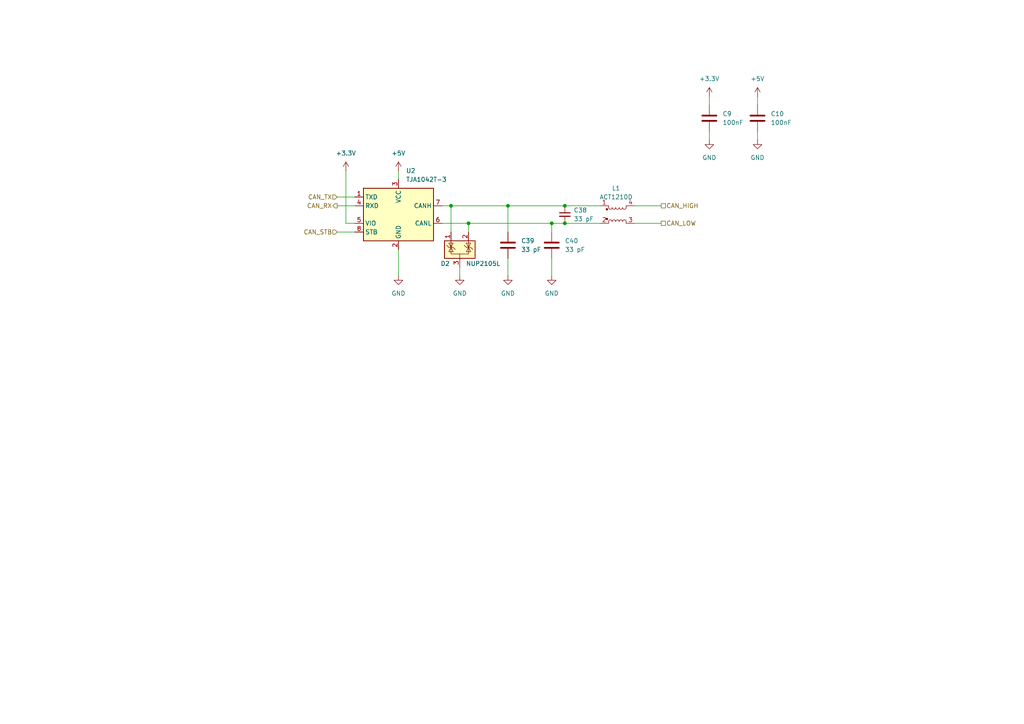
<source format=kicad_sch>
(kicad_sch (version 20231120) (generator "eeschema") (generator_version "8.0")
  (paper "A4")
  (title_block (title "Aphid BMS Master") (date "2024-07-06") (rev "1.0") (company "https://aphid-ev.se"))
  (lib_symbols
    (symbol "Device:C" (pin_numbers hide) (pin_names (offset 0.254))
      (property "Reference" "C" (at 0.635 2.54 0))
      (property "Value" "C" (at 0.635 -2.54 0))
      (symbol "C_0_1"
        (polyline (pts (xy -2.032 -0.762) (xy 2.032 -0.762)) (stroke (width 0.508)))
        (polyline (pts (xy -2.032 0.762) (xy 2.032 0.762)) (stroke (width 0.508)))
      )
      (symbol "C_1_1"
        (pin passive line (at 0 3.81 270) (length 2.794) (name "~") (number "1"))
        (pin passive line (at 0 -3.81 90) (length 2.794) (name "~") (number "2"))
      )
    )
    (symbol "Device:C_Small" (pin_numbers hide) (pin_names (offset 0.254) hide)
      (property "Reference" "C" (at 0.254 1.778 0))
      (property "Value" "C_Small" (at 0.254 -2.032 0))
      (symbol "C_Small_0_1"
        (polyline (pts (xy -1.524 -0.508) (xy 1.524 -0.508)) (stroke (width 0.3302)))
        (polyline (pts (xy -1.524 0.508) (xy 1.524 0.508)) (stroke (width 0.3048)))
      )
      (symbol "C_Small_1_1"
        (pin passive line (at 0 2.54 270) (length 2.032) (name "~") (number "1"))
        (pin passive line (at 0 -2.54 90) (length 2.032) (name "~") (number "2"))
      )
    )
    (symbol "Device:L_Coupled_1423" (pin_names (offset 0.254) hide)
      (property "Reference" "L" (at 0 4.445 0))
      (property "Value" "L_Coupled_1423" (at 0 -4.445 0))
      (symbol "L_Coupled_1423_0_1"
        (circle (center -3.048 -1.27) (radius 0.254) (fill (type outline)))
        (circle (center -3.048 1.524) (radius 0.254) (fill (type outline)))
        (arc (start -2.54 2.032) (mid -2.032 1.5262) (end -1.524 2.032))
        (arc (start -1.524 -2.032) (mid -2.032 -1.5262) (end -2.54 -2.032))
        (arc (start -1.524 2.032) (mid -1.016 1.5262) (end -0.508 2.032))
        (arc (start -0.508 -2.032) (mid -1.016 -1.5262) (end -1.524 -2.032))
        (arc (start -0.508 2.032) (mid 0 1.5262) (end 0.508 2.032))
        (polyline (pts (xy -2.54 -2.032) (xy -2.54 -2.54)))
        (polyline (pts (xy -2.54 2.032) (xy -2.54 2.54)))
        (polyline (pts (xy 2.54 -2.032) (xy 2.54 -2.54)))
        (polyline (pts (xy 2.54 2.54) (xy 2.54 2.032)))
        (arc (start 0.508 -2.032) (mid 0 -1.5262) (end -0.508 -2.032))
        (arc (start 0.508 2.032) (mid 1.016 1.5262) (end 1.524 2.032))
        (arc (start 1.524 -2.032) (mid 1.016 -1.5262) (end 0.508 -2.032))
        (arc (start 1.524 2.032) (mid 2.032 1.5262) (end 2.54 2.032))
        (arc (start 2.54 -2.032) (mid 2.032 -1.5262) (end 1.524 -2.032))
      )
      (symbol "L_Coupled_1423_1_1"
        (pin passive line (at -5.08 2.54 0) (length 2.54) (name "1") (number "1"))
        (pin passive line (at -5.08 -2.54 0) (length 2.54) (name "2") (number "2"))
        (pin passive line (at 5.08 -2.54 180) (length 2.54) (name "3") (number "3"))
        (pin passive line (at 5.08 2.54 180) (length 2.54) (name "4") (number "4"))
      )
    )
    (symbol "Interface_CAN_LIN:TJA1042T-3"
      (property "Reference" "U" (at -10.16 8.89 0))
      (property "Value" "TJA1042T-3" (at 1.27 8.89 0))
      (symbol "TJA1042T-3_0_1"
        (rectangle (start -10.16 7.62) (end 10.16 -7.62) (stroke (width 0.254)) (fill (type background)))
      )
      (symbol "TJA1042T-3_1_1"
        (pin input line (at -12.7 5.08 0) (length 2.54) (name "TXD") (number "1"))
        (pin power_in line (at 0 -10.16 90) (length 2.54) (name "GND") (number "2"))
        (pin power_in line (at 0 10.16 270) (length 2.54) (name "VCC") (number "3"))
        (pin output line (at -12.7 2.54 0) (length 2.54) (name "RXD") (number "4"))
        (pin power_in line (at -12.7 -2.54 0) (length 2.54) (name "VIO") (number "5"))
        (pin bidirectional line (at 12.7 -2.54 180) (length 2.54) (name "CANL") (number "6"))
        (pin bidirectional line (at 12.7 2.54 180) (length 2.54) (name "CANH") (number "7"))
        (pin input line (at -12.7 -5.08 0) (length 2.54) (name "STB") (number "8"))
      )
    )
    (symbol "Power_Protection:NUP2105L" (pin_names hide)
      (property "Reference" "D" (at 5.715 2.54 0))
      (property "Value" "NUP2105L" (at 5.715 0.635 0))
      (symbol "NUP2105L_0_0"
        (pin passive line (at 0 -5.08 90) (length 2.54) (name "A") (number "3"))
      )
      (symbol "NUP2105L_0_1"
        (rectangle (start -4.445 2.54) (end 4.445 -2.54) (stroke (width 0.254)) (fill (type background)))
        (polyline (pts (xy -2.54 2.54) (xy -2.54 0.635)))
        (polyline (pts (xy 0 -1.27) (xy 0 -2.54)))
        (polyline (pts (xy 2.54 2.54) (xy 2.54 0.635)))
        (polyline (pts (xy -3.81 1.27) (xy -3.175 0.635) (xy -1.905 0.635) (xy -1.27 0)))
        (polyline (pts (xy -2.54 0.635) (xy -2.54 -1.27) (xy 2.54 -1.27) (xy 2.54 0.635)))
        (polyline (pts (xy -2.54 0.635) (xy -1.905 -0.635) (xy -3.175 -0.635) (xy -2.54 0.635)))
        (polyline (pts (xy 2.54 0.635) (xy 1.905 -0.635) (xy 3.175 -0.635) (xy 2.54 0.635)))
        (polyline (pts (xy 2.54 0.635) (xy 3.175 1.905) (xy 1.905 1.905) (xy 2.54 0.635)))
        (polyline (pts (xy -2.54 0.635) (xy -3.175 1.905) (xy -1.905 1.905) (xy -2.54 0.635) (xy -2.54 1.27)))
        (polyline (pts (xy 1.27 1.27) (xy 1.905 0.635) (xy 2.54 0.635) (xy 3.175 0.635) (xy 3.81 0)))
      )
      (symbol "NUP2105L_1_1"
        (pin passive line (at -2.54 5.08 270) (length 2.54) (name "K") (number "1"))
        (pin passive line (at 2.54 5.08 270) (length 2.54) (name "K") (number "2"))
      )
    )
    (symbol "power:+3.3V" (power) (pin_numbers hide) (pin_names (offset 0) hide)
      (property "Value" "+3.3V" (at 0 3.556 0))
      (symbol "+3.3V_0_1"
        (polyline (pts (xy -0.762 1.27) (xy 0 2.54)))
        (polyline (pts (xy 0 0) (xy 0 2.54)))
        (polyline (pts (xy 0 2.54) (xy 0.762 1.27)))
      )
      (symbol "+3.3V_1_1"
        (pin power_in line (at 0 0 90) (length 0) (name "~") (number "1"))
      )
    )
    (symbol "power:+5V" (power) (pin_numbers hide) (pin_names (offset 0) hide)
      (property "Value" "+5V" (at 0 3.556 0))
      (symbol "+5V_0_1"
        (polyline (pts (xy -0.762 1.27) (xy 0 2.54)))
        (polyline (pts (xy 0 0) (xy 0 2.54)))
        (polyline (pts (xy 0 2.54) (xy 0.762 1.27)))
      )
      (symbol "+5V_1_1"
        (pin power_in line (at 0 0 90) (length 0) (name "~") (number "1"))
      )
    )
    (symbol "power:GND" (power) (pin_numbers hide) (pin_names (offset 0) hide)
      (property "Value" "GND" (at 0 -3.81 0))
      (symbol "GND_0_1"
        (polyline (pts (xy 0 0) (xy 0 -1.27) (xy 1.27 -1.27) (xy 0 -2.54) (xy -1.27 -1.27) (xy 0 -1.27)))
      )
      (symbol "GND_1_1"
        (pin power_in line (at 0 0 270) (length 0) (name "~") (number "1"))
      )
    )
  )
  (junction (at 135.89 64.77))
  (junction (at 163.83 59.69))
  (junction (at 163.83 64.77))
  (junction (at 130.81 59.69))
  (junction (at 160.02 64.77))
  (junction (at 147.32 59.69))
  (wire (pts (xy 128.27 59.69) (xy 130.81 59.69)))
  (wire (pts (xy 147.32 59.69) (xy 147.32 67.31)))
  (wire (pts (xy 135.89 64.77) (xy 160.02 64.77)))
  (wire (pts (xy 102.87 64.77) (xy 100.33 64.77)))
  (wire (pts (xy 133.35 77.47) (xy 133.35 80.01)))
  (wire (pts (xy 219.71 27.94) (xy 219.71 30.48)))
  (wire (pts (xy 219.71 38.1) (xy 219.71 40.64)))
  (wire (pts (xy 205.74 27.94) (xy 205.74 30.48)))
  (wire (pts (xy 160.02 64.77) (xy 160.02 67.31)))
  (wire (pts (xy 135.89 64.77) (xy 135.89 67.31)))
  (wire (pts (xy 97.79 67.31) (xy 102.87 67.31)))
  (wire (pts (xy 147.32 59.69) (xy 163.83 59.69)))
  (wire (pts (xy 184.15 59.69) (xy 191.77 59.69)))
  (wire (pts (xy 128.27 64.77) (xy 135.89 64.77)))
  (wire (pts (xy 130.81 59.69) (xy 130.81 67.31)))
  (wire (pts (xy 130.81 59.69) (xy 147.32 59.69)))
  (wire (pts (xy 184.15 64.77) (xy 191.77 64.77)))
  (wire (pts (xy 160.02 64.77) (xy 163.83 64.77)))
  (wire (pts (xy 147.32 74.93) (xy 147.32 80.01)))
  (wire (pts (xy 100.33 64.77) (xy 100.33 49.53)))
  (wire (pts (xy 97.79 59.69) (xy 102.87 59.69)))
  (wire (pts (xy 163.83 59.69) (xy 173.99 59.69)))
  (wire (pts (xy 115.57 72.39) (xy 115.57 80.01)))
  (wire (pts (xy 163.83 64.77) (xy 173.99 64.77)))
  (wire (pts (xy 115.57 49.53) (xy 115.57 52.07)))
  (wire (pts (xy 160.02 74.93) (xy 160.02 80.01)))
  (wire (pts (xy 97.79 57.15) (xy 102.87 57.15)))
  (wire (pts (xy 205.74 38.1) (xy 205.74 40.64)))
  (hierarchical_label "CAN_HIGH" (shape passive) (at 191.77 59.69 0))
  (hierarchical_label "CAN_LOW" (shape passive) (at 191.77 64.77 0))
  (hierarchical_label "CAN_TX" (shape input) (at 97.79 57.15 180))
  (hierarchical_label "CAN_STB" (shape input) (at 97.79 67.31 180))
  (hierarchical_label "CAN_RX" (shape output) (at 97.79 59.69 180))
  (symbol (lib_id "Device:C") (at 147.32 71.12 0) (unit 1)
    (property "Reference" "C39" (at 151.13 69.8499 0) (effects (justify left)))
    (property "Value" "33 pF" (at 151.13 72.3899 0) (effects (justify left)))
    (property "Footprint" "Capacitor_SMD:C_0603_1608Metric" (effects (hide yes)))
    (property "Description" "Unpolarized capacitor" (effects (hide yes)))
  )
  (symbol (lib_id "power:GND") (at 160.02 80.01 0) (unit 1)
    (property "Reference" "#PWR085" (effects (hide yes)))
    (property "Value" "GND" (at 160.02 85.09 0))
    (property "Description" "Power symbol creates a global label with name \"GND\" , ground" (effects (hide yes)))
  )
  (symbol (lib_id "power:+3.3V") (at 205.74 27.94 0) (unit 1)
    (property "Reference" "#PWR026" (effects (hide yes)))
    (property "Value" "+3.3V" (at 205.74 22.86 0))
    (property "Description" "Power symbol creates a global label with name \"+3.3V\"" (effects (hide yes)))
  )
  (symbol (lib_id "Device:C_Small") (at 163.83 62.23 0) (unit 1)
    (property "Reference" "C38" (at 166.37 60.9662 0) (effects (justify left)))
    (property "Value" "33 pF" (at 166.37 63.5062 0) (effects (justify left)))
    (property "Footprint" "Capacitor_SMD:C_0603_1608Metric" (effects (hide yes)))
    (property "Description" "Unpolarized capacitor, small symbol" (effects (hide yes)))
  )
  (symbol (lib_id "Device:C") (at 205.74 34.29 0) (mirror y) (unit 1)
    (property "Reference" "C9" (at 209.55 33.0199 0) (effects (justify right)))
    (property "Value" "100nF" (at 209.55 35.5599 0) (effects (justify right)))
    (property "Footprint" "Capacitor_SMD:C_0603_1608Metric" (effects (hide yes)))
    (property "Description" "Unpolarized capacitor" (effects (hide yes)))
  )
  (symbol (lib_id "power:GND") (at 219.71 40.64 0) (unit 1)
    (property "Reference" "#PWR029" (effects (hide yes)))
    (property "Value" "GND" (at 219.71 45.72 0))
    (property "Description" "Power symbol creates a global label with name \"GND\" , ground" (effects (hide yes)))
  )
  (symbol (lib_id "power:GND") (at 133.35 80.01 0) (unit 1)
    (property "Reference" "#PWR033" (effects (hide yes)))
    (property "Value" "GND" (at 133.35 85.09 0))
    (property "Description" "Power symbol creates a global label with name \"GND\" , ground" (effects (hide yes)))
  )
  (symbol (lib_id "Device:C") (at 160.02 71.12 0) (unit 1)
    (property "Reference" "C40" (at 163.83 69.8499 0) (effects (justify left)))
    (property "Value" "33 pF" (at 163.83 72.3899 0) (effects (justify left)))
    (property "Footprint" "Capacitor_SMD:C_0603_1608Metric" (effects (hide yes)))
    (property "Description" "Unpolarized capacitor" (effects (hide yes)))
  )
  (symbol (lib_id "power:GND") (at 115.57 80.01 0) (unit 1)
    (property "Reference" "#PWR032" (effects (hide yes)))
    (property "Value" "GND" (at 115.57 85.09 0))
    (property "Description" "Power symbol creates a global label with name \"GND\" , ground" (effects (hide yes)))
  )
  (symbol (lib_id "power:+5V") (at 219.71 27.94 0) (unit 1)
    (property "Reference" "#PWR027" (effects (hide yes)))
    (property "Value" "+5V" (at 219.71 22.86 0))
    (property "Description" "Power symbol creates a global label with name \"+5V\"" (effects (hide yes)))
  )
  (symbol (lib_id "Device:L_Coupled_1423") (at 179.07 62.23 0) (unit 1)
    (property "Reference" "L1" (at 178.689 54.61 0))
    (property "Value" "ACT1210D" (at 178.689 57.15 0))
    (property "Footprint" "aphid:ACT1210D" (effects (hide yes)))
    (property "Description" "Coupled inductor" (effects (hide yes)))
  )
  (symbol (lib_id "power:+3.3V") (at 100.33 49.53 0) (unit 1)
    (property "Reference" "#PWR030" (effects (hide yes)))
    (property "Value" "+3.3V" (at 100.33 44.45 0))
    (property "Description" "Power symbol creates a global label with name \"+3.3V\"" (effects (hide yes)))
  )
  (symbol (lib_id "Power_Protection:NUP2105L") (at 133.35 72.39 0) (unit 1)
    (property "Reference" "D2" (at 127.762 76.454 0) (effects (justify left)))
    (property "Value" "NUP2105L" (at 135.128 76.454 0) (effects (justify left)))
    (property "Footprint" "Package_TO_SOT_SMD:SOT-23" (effects (hide yes)))
    (property "Datasheet" "https://www.onsemi.com/pub_link/Collateral/NUP2105L-D.PDF" (effects (hide yes)))
    (property "Description" "Dual Line CAN Bus Protector, 24Vrwm" (effects (hide yes)))
  )
  (symbol (lib_id "power:+5V") (at 115.57 49.53 0) (unit 1)
    (property "Reference" "#PWR031" (effects (hide yes)))
    (property "Value" "+5V" (at 115.57 44.45 0))
    (property "Description" "Power symbol creates a global label with name \"+5V\"" (effects (hide yes)))
  )
  (symbol (lib_id "Interface_CAN_LIN:TJA1042T-3") (at 115.57 62.23 0) (unit 1)
    (property "Reference" "U2" (at 117.7641 49.53 0) (effects (justify left)))
    (property "Value" "TJA1042T-3" (at 117.7641 52.07 0) (effects (justify left)))
    (property "Footprint" "Package_SO:SOIC-8_3.9x4.9mm_P1.27mm" (effects (hide yes)))
    (property "Datasheet" "http://www.nxp.com/docs/en/data-sheet/TJA1042.pdf" (effects (hide yes)))
    (property "Description" "High-Speed CAN Transceiver, separate VIO, standby mode, SOIC-8" (effects (hide yes)))
  )
  (symbol (lib_id "power:GND") (at 147.32 80.01 0) (unit 1)
    (property "Reference" "#PWR084" (effects (hide yes)))
    (property "Value" "GND" (at 147.32 85.09 0))
    (property "Description" "Power symbol creates a global label with name \"GND\" , ground" (effects (hide yes)))
  )
  (symbol (lib_id "power:GND") (at 205.74 40.64 0) (unit 1)
    (property "Reference" "#PWR028" (effects (hide yes)))
    (property "Value" "GND" (at 205.74 45.72 0))
    (property "Description" "Power symbol creates a global label with name \"GND\" , ground" (effects (hide yes)))
  )
  (symbol (lib_id "Device:C") (at 219.71 34.29 0) (mirror y) (unit 1)
    (property "Reference" "C10" (at 223.52 33.0199 0) (effects (justify right)))
    (property "Value" "100nF" (at 223.52 35.5599 0) (effects (justify right)))
    (property "Footprint" "Capacitor_SMD:C_0603_1608Metric" (effects (hide yes)))
    (property "Description" "Unpolarized capacitor" (effects (hide yes)))
  )
)
</source>
